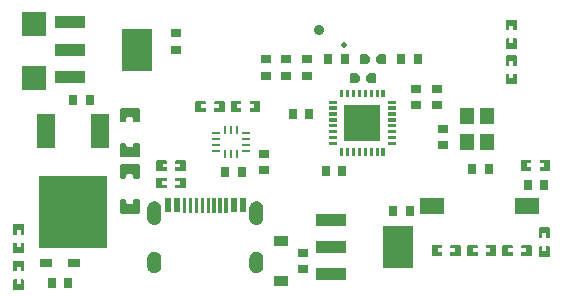
<source format=gtp>
G04 Layer: TopPasteMaskLayer*
G04 EasyEDA v6.5.15, 2022-10-09 22:19:18*
G04 792860b319f64621ac1ba377023e4090,0b3a2bb33c9248688526e96ab25d6e06,10*
G04 Gerber Generator version 0.2*
G04 Scale: 100 percent, Rotated: No, Reflected: No *
G04 Dimensions in millimeters *
G04 leading zeros omitted , absolute positions ,4 integer and 5 decimal *
%FSLAX45Y45*%
%MOMM*%

%AMMACRO1*21,1,$1,$2,0,0,$3*%
%ADD10R,1.2000X1.4000*%
%ADD11R,0.8000X0.9000*%
%ADD12R,1.0000X0.7500*%
%ADD13R,0.9000X0.8000*%
%ADD14R,1.1500X0.9500*%
%ADD15R,2.0000X1.3800*%
%ADD16C,0.8890*%
%ADD17C,0.5080*%
%ADD18R,1.6000X3.0000*%
%ADD19R,5.8000X6.2000*%
%ADD20MACRO1,0.98X2.47X-90.0000*%
%ADD21MACRO1,3.6X2.47X90.0000*%
%ADD22R,0.6750X0.2800*%
%ADD23R,0.2800X0.6750*%
%ADD24R,2.0000X2.0000*%
%ADD25R,0.0172X2.0000*%

%LPD*%
G36*
X909980Y135585D02*
G01*
X905002Y130606D01*
X905002Y50596D01*
X909980Y45618D01*
X989990Y45618D01*
X994968Y50596D01*
X994968Y130606D01*
X989990Y135585D01*
X967181Y135585D01*
X967181Y98602D01*
X934212Y98602D01*
X934212Y135585D01*
G37*
G36*
X909980Y294589D02*
G01*
X905002Y289610D01*
X905002Y210616D01*
X909980Y205587D01*
X934212Y205587D01*
X934212Y243586D01*
X967181Y243586D01*
X967181Y205587D01*
X989990Y205587D01*
X994968Y210616D01*
X994968Y289610D01*
X989990Y294589D01*
G37*
G36*
X909980Y604520D02*
G01*
X905002Y599490D01*
X905002Y519480D01*
X909980Y514502D01*
X932789Y514502D01*
X932789Y551484D01*
X965809Y551484D01*
X965809Y514502D01*
X989990Y514502D01*
X995019Y519480D01*
X995019Y599490D01*
X989990Y604520D01*
G37*
G36*
X909980Y444500D02*
G01*
X905002Y439521D01*
X905002Y360527D01*
X909980Y355498D01*
X989990Y355498D01*
X995019Y360527D01*
X995019Y439521D01*
X989990Y444500D01*
X965809Y444500D01*
X965809Y406501D01*
X932789Y406501D01*
X932789Y444500D01*
G37*
G36*
X1814931Y812495D02*
G01*
X1804924Y802487D01*
X1804924Y701751D01*
X1814931Y691743D01*
X1965045Y691743D01*
X1975053Y701751D01*
X1975053Y802487D01*
X1965045Y812495D01*
X1928926Y812495D01*
X1918919Y802487D01*
X1918919Y781456D01*
X1908911Y771448D01*
X1871065Y771448D01*
X1861057Y781456D01*
X1861057Y802487D01*
X1851101Y812495D01*
G37*
G36*
X1814931Y1108252D02*
G01*
X1804924Y1098245D01*
X1804924Y997508D01*
X1814931Y987501D01*
X1851101Y987501D01*
X1861057Y997508D01*
X1861057Y1018540D01*
X1871065Y1028547D01*
X1908911Y1028547D01*
X1918919Y1018540D01*
X1918919Y997508D01*
X1928926Y987501D01*
X1965045Y987501D01*
X1975053Y997508D01*
X1975053Y1098245D01*
X1965045Y1108252D01*
G37*
G36*
X1814931Y1292809D02*
G01*
X1804924Y1282801D01*
X1804924Y1182065D01*
X1814931Y1172057D01*
X1965045Y1172057D01*
X1975053Y1182065D01*
X1975053Y1282801D01*
X1965045Y1292809D01*
X1928926Y1292809D01*
X1918919Y1282801D01*
X1918919Y1261770D01*
X1908911Y1251762D01*
X1871065Y1251762D01*
X1861057Y1261770D01*
X1861057Y1282801D01*
X1851101Y1292809D01*
G37*
G36*
X1814931Y1588566D02*
G01*
X1804924Y1578559D01*
X1804924Y1477822D01*
X1814931Y1467815D01*
X1851101Y1467815D01*
X1861057Y1477822D01*
X1861057Y1498854D01*
X1871065Y1508861D01*
X1908911Y1508861D01*
X1918919Y1498854D01*
X1918919Y1477822D01*
X1928926Y1467815D01*
X1965045Y1467815D01*
X1975053Y1477822D01*
X1975053Y1578559D01*
X1965045Y1588566D01*
G37*
G36*
X5080000Y2034539D02*
G01*
X5074970Y2029510D01*
X5074970Y1949500D01*
X5080000Y1944522D01*
X5102809Y1944522D01*
X5102809Y1981504D01*
X5135778Y1981504D01*
X5135778Y1944522D01*
X5160010Y1944522D01*
X5164988Y1949500D01*
X5164988Y2029510D01*
X5160010Y2034539D01*
G37*
G36*
X5080000Y1874520D02*
G01*
X5074970Y1869541D01*
X5074970Y1790547D01*
X5080000Y1785518D01*
X5160010Y1785518D01*
X5164988Y1790547D01*
X5164988Y1869541D01*
X5160010Y1874520D01*
X5135778Y1874520D01*
X5135778Y1836521D01*
X5102809Y1836521D01*
X5102809Y1874520D01*
G37*
G36*
X5080000Y2175510D02*
G01*
X5074970Y2170480D01*
X5074970Y2090470D01*
X5080000Y2085492D01*
X5160010Y2085492D01*
X5164988Y2090470D01*
X5164988Y2170480D01*
X5160010Y2175510D01*
X5137200Y2175510D01*
X5137200Y2138476D01*
X5104180Y2138476D01*
X5104180Y2175510D01*
G37*
G36*
X5080000Y2334514D02*
G01*
X5074970Y2329484D01*
X5074970Y2250490D01*
X5080000Y2245512D01*
X5104180Y2245512D01*
X5104180Y2283510D01*
X5137200Y2283510D01*
X5137200Y2245512D01*
X5160010Y2245512D01*
X5164988Y2250490D01*
X5164988Y2329484D01*
X5160010Y2334514D01*
G37*
G36*
X4609490Y424891D02*
G01*
X4604512Y419912D01*
X4604512Y397103D01*
X4641494Y397103D01*
X4641494Y364134D01*
X4604512Y364134D01*
X4604512Y339902D01*
X4609490Y334924D01*
X4689500Y334924D01*
X4694478Y339902D01*
X4694478Y419912D01*
X4689500Y424891D01*
G37*
G36*
X4450486Y424891D02*
G01*
X4445508Y419912D01*
X4445508Y339902D01*
X4450486Y334924D01*
X4529480Y334924D01*
X4534509Y339902D01*
X4534509Y364134D01*
X4496511Y364134D01*
X4496511Y397103D01*
X4534509Y397103D01*
X4534509Y419912D01*
X4529480Y424891D01*
G37*
G36*
X4909464Y424891D02*
G01*
X4904486Y419912D01*
X4904486Y397103D01*
X4941468Y397103D01*
X4941468Y364134D01*
X4904486Y364134D01*
X4904486Y339902D01*
X4909464Y334924D01*
X4989474Y334924D01*
X4994452Y339902D01*
X4994452Y419912D01*
X4989474Y424891D01*
G37*
G36*
X4750460Y424891D02*
G01*
X4745482Y419912D01*
X4745482Y339902D01*
X4750460Y334924D01*
X4829454Y334924D01*
X4834483Y339902D01*
X4834483Y364134D01*
X4796485Y364134D01*
X4796485Y397103D01*
X4834483Y397103D01*
X4834483Y419912D01*
X4829454Y424891D01*
G37*
G36*
X5209438Y424891D02*
G01*
X5204460Y419912D01*
X5204460Y397103D01*
X5241442Y397103D01*
X5241442Y364134D01*
X5204460Y364134D01*
X5204460Y339902D01*
X5209438Y334924D01*
X5289448Y334924D01*
X5294426Y339902D01*
X5294426Y419912D01*
X5289448Y424891D01*
G37*
G36*
X5050434Y424891D02*
G01*
X5045456Y419912D01*
X5045456Y339902D01*
X5050434Y334924D01*
X5129428Y334924D01*
X5134457Y339902D01*
X5134457Y364134D01*
X5096459Y364134D01*
X5096459Y397103D01*
X5134457Y397103D01*
X5134457Y419912D01*
X5129428Y424891D01*
G37*
G36*
X5360060Y415493D02*
G01*
X5355082Y410514D01*
X5355082Y330504D01*
X5360060Y325526D01*
X5440070Y325526D01*
X5445048Y330504D01*
X5445048Y410514D01*
X5440070Y415493D01*
X5417261Y415493D01*
X5417261Y378510D01*
X5384241Y378510D01*
X5384241Y415493D01*
G37*
G36*
X5360060Y574497D02*
G01*
X5355082Y569518D01*
X5355082Y490524D01*
X5360060Y485495D01*
X5384241Y485495D01*
X5384241Y523493D01*
X5417261Y523493D01*
X5417261Y485495D01*
X5440070Y485495D01*
X5445048Y490524D01*
X5445048Y569518D01*
X5440070Y574497D01*
G37*
G36*
X2279548Y994867D02*
G01*
X2274570Y989888D01*
X2274570Y967079D01*
X2311552Y967079D01*
X2311552Y934110D01*
X2274570Y934110D01*
X2274570Y909878D01*
X2279548Y904900D01*
X2359558Y904900D01*
X2364536Y909878D01*
X2364536Y989888D01*
X2359558Y994867D01*
G37*
G36*
X2120544Y994867D02*
G01*
X2115566Y989888D01*
X2115566Y909878D01*
X2120544Y904900D01*
X2199538Y904900D01*
X2204567Y909878D01*
X2204567Y934110D01*
X2166569Y934110D01*
X2166569Y967079D01*
X2204567Y967079D01*
X2204567Y989888D01*
X2199538Y994867D01*
G37*
G36*
X5364480Y1144981D02*
G01*
X5359501Y1140002D01*
X5359501Y1117193D01*
X5396484Y1117193D01*
X5396484Y1084224D01*
X5359501Y1084224D01*
X5359501Y1059992D01*
X5364480Y1055014D01*
X5444490Y1055014D01*
X5449468Y1059992D01*
X5449468Y1140002D01*
X5444490Y1144981D01*
G37*
G36*
X5205476Y1144981D02*
G01*
X5200497Y1140002D01*
X5200497Y1059992D01*
X5205476Y1055014D01*
X5284470Y1055014D01*
X5289499Y1059992D01*
X5289499Y1084224D01*
X5251500Y1084224D01*
X5251500Y1117193D01*
X5289499Y1117193D01*
X5289499Y1140002D01*
X5284470Y1144981D01*
G37*
G36*
X2120544Y1144981D02*
G01*
X2115566Y1140002D01*
X2115566Y1059992D01*
X2120544Y1055014D01*
X2200554Y1055014D01*
X2205532Y1059992D01*
X2205532Y1082802D01*
X2168550Y1082802D01*
X2168550Y1115822D01*
X2205532Y1115822D01*
X2205532Y1140002D01*
X2200554Y1144981D01*
G37*
G36*
X2280564Y1144981D02*
G01*
X2275535Y1140002D01*
X2275535Y1115822D01*
X2313533Y1115822D01*
X2313533Y1082802D01*
X2275535Y1082802D01*
X2275535Y1059992D01*
X2280564Y1055014D01*
X2359558Y1055014D01*
X2364536Y1059992D01*
X2364536Y1140002D01*
X2359558Y1144981D01*
G37*
G36*
X2609494Y1644853D02*
G01*
X2604516Y1639874D01*
X2604516Y1617065D01*
X2641498Y1617065D01*
X2641498Y1584096D01*
X2604516Y1584096D01*
X2604516Y1559864D01*
X2609494Y1554886D01*
X2689504Y1554886D01*
X2694482Y1559864D01*
X2694482Y1639874D01*
X2689504Y1644853D01*
G37*
G36*
X2450490Y1644853D02*
G01*
X2445512Y1639874D01*
X2445512Y1559864D01*
X2450490Y1554886D01*
X2529484Y1554886D01*
X2534513Y1559864D01*
X2534513Y1584096D01*
X2496515Y1584096D01*
X2496515Y1617065D01*
X2534513Y1617065D01*
X2534513Y1639874D01*
X2529484Y1644853D01*
G37*
G36*
X2750464Y1644853D02*
G01*
X2745486Y1639874D01*
X2745486Y1559864D01*
X2750464Y1554886D01*
X2830474Y1554886D01*
X2835452Y1559864D01*
X2835452Y1582674D01*
X2798470Y1582674D01*
X2798470Y1615694D01*
X2835452Y1615694D01*
X2835452Y1639874D01*
X2830474Y1644853D01*
G37*
G36*
X2910484Y1644853D02*
G01*
X2905455Y1639874D01*
X2905455Y1615694D01*
X2943453Y1615694D01*
X2943453Y1582674D01*
X2905455Y1582674D01*
X2905455Y1559864D01*
X2910484Y1554886D01*
X2989478Y1554886D01*
X2994456Y1559864D01*
X2994456Y1639874D01*
X2989478Y1644853D01*
G37*
G36*
X3847084Y2043684D02*
G01*
X3840683Y2037283D01*
X3840683Y1963674D01*
X3847084Y1957273D01*
X3897426Y1957273D01*
X3924808Y1986635D01*
X3924808Y2014270D01*
X3897426Y2043684D01*
G37*
G36*
X4003801Y2044801D02*
G01*
X3976370Y2015439D01*
X3976370Y1987753D01*
X4003801Y1958390D01*
X4054144Y1958390D01*
X4060545Y1964791D01*
X4060545Y2038400D01*
X4054144Y2044801D01*
G37*
G36*
X3917035Y1882749D02*
G01*
X3889603Y1853336D01*
X3889603Y1825701D01*
X3917035Y1796338D01*
X3967327Y1796338D01*
X3973728Y1802739D01*
X3973728Y1876348D01*
X3967327Y1882749D01*
G37*
G36*
X3760266Y1881581D02*
G01*
X3753865Y1875180D01*
X3753865Y1801622D01*
X3760266Y1795221D01*
X3810609Y1795221D01*
X3838041Y1824583D01*
X3838041Y1852218D01*
X3810609Y1881581D01*
G37*
G36*
X3707993Y1611985D02*
G01*
X3707993Y1307998D01*
X4011980Y1307998D01*
X4011980Y1611985D01*
G37*
G36*
X4020972Y1740255D02*
G01*
X4020972Y1675231D01*
X4049014Y1675231D01*
X4049014Y1740255D01*
G37*
G36*
X3970985Y1740255D02*
G01*
X3970985Y1675231D01*
X3998976Y1675231D01*
X3998976Y1740255D01*
G37*
G36*
X3920998Y1740255D02*
G01*
X3920998Y1675231D01*
X3948988Y1675231D01*
X3948988Y1740255D01*
G37*
G36*
X3870960Y1740255D02*
G01*
X3870960Y1675231D01*
X3899001Y1675231D01*
X3899001Y1740255D01*
G37*
G36*
X3821023Y1740255D02*
G01*
X3821023Y1675231D01*
X3849014Y1675231D01*
X3849014Y1740255D01*
G37*
G36*
X3770985Y1740255D02*
G01*
X3770985Y1675231D01*
X3798976Y1675231D01*
X3798976Y1740255D01*
G37*
G36*
X3720998Y1740255D02*
G01*
X3720998Y1675231D01*
X3748989Y1675231D01*
X3748989Y1740255D01*
G37*
G36*
X3671011Y1740255D02*
G01*
X3671011Y1675231D01*
X3699001Y1675231D01*
X3699001Y1740255D01*
G37*
G36*
X3579723Y1649018D02*
G01*
X3579723Y1621028D01*
X3644747Y1621028D01*
X3644747Y1649018D01*
G37*
G36*
X3579723Y1598980D02*
G01*
X3579723Y1570990D01*
X3644747Y1570990D01*
X3644747Y1598980D01*
G37*
G36*
X3579723Y1548993D02*
G01*
X3579723Y1521002D01*
X3644747Y1521002D01*
X3644747Y1548993D01*
G37*
G36*
X3579723Y1499006D02*
G01*
X3579723Y1471015D01*
X3644747Y1471015D01*
X3644747Y1499006D01*
G37*
G36*
X3579723Y1449019D02*
G01*
X3579723Y1421028D01*
X3644747Y1421028D01*
X3644747Y1449019D01*
G37*
G36*
X3579723Y1398981D02*
G01*
X3579723Y1370990D01*
X3644747Y1370990D01*
X3644747Y1398981D01*
G37*
G36*
X3579723Y1348994D02*
G01*
X3579723Y1321003D01*
X3644747Y1321003D01*
X3644747Y1348994D01*
G37*
G36*
X3579723Y1299006D02*
G01*
X3579723Y1271016D01*
X3644747Y1271016D01*
X3644747Y1299006D01*
G37*
G36*
X3671011Y1244752D02*
G01*
X3671011Y1179728D01*
X3699001Y1179728D01*
X3699001Y1244752D01*
G37*
G36*
X3720998Y1244752D02*
G01*
X3720998Y1179728D01*
X3748989Y1179728D01*
X3748989Y1244752D01*
G37*
G36*
X3770985Y1244752D02*
G01*
X3770985Y1179728D01*
X3798976Y1179728D01*
X3798976Y1244752D01*
G37*
G36*
X3821023Y1244752D02*
G01*
X3821023Y1179728D01*
X3849014Y1179728D01*
X3849014Y1244752D01*
G37*
G36*
X3870960Y1244752D02*
G01*
X3870960Y1179728D01*
X3899001Y1179728D01*
X3899001Y1244752D01*
G37*
G36*
X3920998Y1244752D02*
G01*
X3920998Y1179728D01*
X3948988Y1179728D01*
X3948988Y1244752D01*
G37*
G36*
X3970985Y1244752D02*
G01*
X3970985Y1179728D01*
X3998976Y1179728D01*
X3998976Y1244752D01*
G37*
G36*
X4020972Y1244752D02*
G01*
X4020972Y1179728D01*
X4049014Y1179728D01*
X4049014Y1244752D01*
G37*
G36*
X4075226Y1299006D02*
G01*
X4075226Y1271016D01*
X4140250Y1271016D01*
X4140250Y1299006D01*
G37*
G36*
X4075226Y1348994D02*
G01*
X4075226Y1321003D01*
X4140250Y1321003D01*
X4140250Y1348994D01*
G37*
G36*
X4075226Y1398981D02*
G01*
X4075226Y1370990D01*
X4140250Y1370990D01*
X4140250Y1398981D01*
G37*
G36*
X4075226Y1449019D02*
G01*
X4075226Y1421028D01*
X4140250Y1421028D01*
X4140250Y1449019D01*
G37*
G36*
X4075226Y1499006D02*
G01*
X4075226Y1471015D01*
X4140250Y1471015D01*
X4140250Y1499006D01*
G37*
G36*
X4075226Y1548993D02*
G01*
X4075226Y1521002D01*
X4140250Y1521002D01*
X4140250Y1548993D01*
G37*
G36*
X4075226Y1598980D02*
G01*
X4075226Y1570990D01*
X4140250Y1570990D01*
X4140250Y1598980D01*
G37*
G36*
X4075226Y1649018D02*
G01*
X4075226Y1621028D01*
X4140250Y1621028D01*
X4140250Y1649018D01*
G37*
G36*
X2185009Y820978D02*
G01*
X2185009Y702005D01*
X2234996Y702005D01*
X2234996Y820978D01*
G37*
G36*
X2825038Y820978D02*
G01*
X2825038Y702005D01*
X2875026Y702005D01*
X2875026Y820978D01*
G37*
G36*
X2745028Y820978D02*
G01*
X2745028Y701954D01*
X2795016Y701954D01*
X2795016Y820978D01*
G37*
G36*
X2265019Y820978D02*
G01*
X2265019Y702005D01*
X2315006Y702005D01*
X2315006Y820978D01*
G37*
G36*
X2690012Y826008D02*
G01*
X2690012Y696976D01*
X2719984Y696976D01*
X2719984Y826008D01*
G37*
G36*
X2540000Y826008D02*
G01*
X2540000Y696976D01*
X2569972Y696976D01*
X2569972Y826008D01*
G37*
G36*
X2490012Y826008D02*
G01*
X2490012Y696976D01*
X2519984Y696976D01*
X2519984Y826008D01*
G37*
G36*
X2439974Y826008D02*
G01*
X2439974Y696976D01*
X2469997Y696976D01*
X2469997Y826008D01*
G37*
G36*
X2340000Y826008D02*
G01*
X2340000Y696976D01*
X2369972Y696976D01*
X2369972Y826008D01*
G37*
G36*
X2589987Y826008D02*
G01*
X2589987Y696976D01*
X2620010Y696976D01*
X2620010Y826008D01*
G37*
G36*
X2639974Y826008D02*
G01*
X2639974Y696976D01*
X2669946Y696976D01*
X2669946Y826008D01*
G37*
G36*
X2389987Y826008D02*
G01*
X2389987Y696976D01*
X2420010Y696976D01*
X2420010Y826008D01*
G37*
G36*
X2096516Y796493D02*
G01*
X2090521Y796036D01*
X2084628Y795020D01*
X2078888Y793394D01*
X2073300Y791210D01*
X2067966Y788466D01*
X2062988Y785215D01*
X2058314Y781507D01*
X2053996Y777290D01*
X2050186Y772718D01*
X2046782Y767791D01*
X2043938Y762558D01*
X2041601Y757021D01*
X2039823Y751332D01*
X2038654Y745439D01*
X2038045Y739495D01*
X2037994Y656488D01*
X2038299Y650544D01*
X2039162Y644601D01*
X2040636Y638810D01*
X2042718Y633222D01*
X2045309Y627786D01*
X2048408Y622706D01*
X2052015Y617931D01*
X2056079Y613562D01*
X2060600Y609600D01*
X2065426Y606094D01*
X2070607Y603097D01*
X2076094Y600659D01*
X2081733Y598728D01*
X2087575Y597408D01*
X2093518Y596696D01*
X2099513Y596544D01*
X2105456Y596950D01*
X2111349Y598017D01*
X2117090Y599643D01*
X2122678Y601827D01*
X2128012Y604520D01*
X2132990Y607771D01*
X2137714Y611530D01*
X2141982Y615696D01*
X2145842Y620268D01*
X2149195Y625195D01*
X2152040Y630478D01*
X2154377Y635965D01*
X2156155Y641705D01*
X2157323Y647547D01*
X2157933Y653491D01*
X2157984Y736498D01*
X2157679Y742492D01*
X2156815Y748385D01*
X2155342Y754176D01*
X2153259Y759815D01*
X2150668Y765200D01*
X2147570Y770280D01*
X2143963Y775055D01*
X2139899Y779475D01*
X2135378Y783437D01*
X2130552Y786892D01*
X2125370Y789889D01*
X2119934Y792378D01*
X2114245Y794258D01*
X2108403Y795578D01*
X2102459Y796340D01*
G37*
G36*
X2960522Y796493D02*
G01*
X2954528Y796036D01*
X2948635Y795020D01*
X2942894Y793394D01*
X2937306Y791210D01*
X2932023Y788466D01*
X2926994Y785215D01*
X2922320Y781507D01*
X2918002Y777290D01*
X2914192Y772718D01*
X2910789Y767791D01*
X2907944Y762558D01*
X2905607Y757021D01*
X2903829Y751332D01*
X2902661Y745439D01*
X2902051Y739495D01*
X2902000Y656488D01*
X2902305Y650544D01*
X2903169Y644601D01*
X2904642Y638810D01*
X2906725Y633222D01*
X2909316Y627786D01*
X2912414Y622706D01*
X2916021Y617931D01*
X2920085Y613562D01*
X2924606Y609600D01*
X2929432Y606094D01*
X2934614Y603097D01*
X2940100Y600659D01*
X2945739Y598728D01*
X2951581Y597408D01*
X2957525Y596696D01*
X2963468Y596544D01*
X2969463Y596950D01*
X2975356Y598017D01*
X2981096Y599643D01*
X2986684Y601827D01*
X2992018Y604520D01*
X2996996Y607771D01*
X3001721Y611530D01*
X3005988Y615696D01*
X3009849Y620268D01*
X3013202Y625195D01*
X3016046Y630478D01*
X3018383Y635965D01*
X3020161Y641705D01*
X3021330Y647547D01*
X3021939Y653491D01*
X3021990Y736498D01*
X3021685Y742492D01*
X3020822Y748385D01*
X3019348Y754176D01*
X3017266Y759815D01*
X3014675Y765200D01*
X3011576Y770280D01*
X3007969Y775055D01*
X3003905Y779475D01*
X2999384Y783437D01*
X2994558Y786892D01*
X2989376Y789889D01*
X2983941Y792378D01*
X2978251Y794258D01*
X2972409Y795578D01*
X2966466Y796340D01*
G37*
G36*
X2096516Y368503D02*
G01*
X2090521Y368046D01*
X2084628Y366979D01*
X2078888Y365353D01*
X2073300Y363169D01*
X2067966Y360476D01*
X2062988Y357225D01*
X2058314Y353466D01*
X2053996Y349300D01*
X2050186Y344728D01*
X2046782Y339801D01*
X2043938Y334518D01*
X2041601Y329031D01*
X2039823Y323291D01*
X2038654Y317449D01*
X2038045Y311505D01*
X2037994Y248513D01*
X2038299Y242519D01*
X2039162Y236626D01*
X2040636Y230835D01*
X2042718Y225196D01*
X2045309Y219811D01*
X2048408Y214680D01*
X2052015Y209905D01*
X2056079Y205536D01*
X2060600Y201574D01*
X2065426Y198120D01*
X2070607Y195122D01*
X2076094Y192633D01*
X2081733Y190754D01*
X2087575Y189433D01*
X2093518Y188671D01*
X2099513Y188518D01*
X2105456Y188976D01*
X2111349Y189992D01*
X2117090Y191617D01*
X2122678Y193802D01*
X2128012Y196545D01*
X2132990Y199796D01*
X2137714Y203504D01*
X2141982Y207670D01*
X2145842Y212293D01*
X2149195Y217220D01*
X2152040Y222453D01*
X2154377Y227990D01*
X2156155Y233679D01*
X2157323Y239572D01*
X2157933Y245516D01*
X2157984Y308508D01*
X2157679Y314452D01*
X2156815Y320395D01*
X2155342Y326186D01*
X2153259Y331825D01*
X2150668Y337210D01*
X2147570Y342290D01*
X2143963Y347065D01*
X2139899Y351434D01*
X2135378Y355396D01*
X2130552Y358902D01*
X2125370Y361899D01*
X2119934Y364337D01*
X2114245Y366268D01*
X2108403Y367588D01*
X2102459Y368350D01*
G37*
G36*
X2960522Y368503D02*
G01*
X2954528Y368046D01*
X2948635Y366979D01*
X2942894Y365353D01*
X2937306Y363169D01*
X2932023Y360476D01*
X2926994Y357225D01*
X2922320Y353466D01*
X2918002Y349300D01*
X2914192Y344728D01*
X2910789Y339801D01*
X2907944Y334518D01*
X2905607Y329031D01*
X2903829Y323291D01*
X2902661Y317449D01*
X2902051Y311505D01*
X2902000Y248513D01*
X2902305Y242519D01*
X2903169Y236626D01*
X2904642Y230835D01*
X2906725Y225196D01*
X2909316Y219811D01*
X2912414Y214680D01*
X2916021Y209905D01*
X2920085Y205536D01*
X2924606Y201574D01*
X2929432Y198120D01*
X2934614Y195122D01*
X2940100Y192633D01*
X2945739Y190754D01*
X2951581Y189433D01*
X2957525Y188671D01*
X2963468Y188518D01*
X2969463Y188976D01*
X2975356Y189992D01*
X2981096Y191617D01*
X2986684Y193802D01*
X2992018Y196545D01*
X2996996Y199796D01*
X3001721Y203504D01*
X3005988Y207670D01*
X3009849Y212293D01*
X3013202Y217220D01*
X3016046Y222453D01*
X3018383Y227990D01*
X3020161Y233679D01*
X3021330Y239572D01*
X3021939Y245516D01*
X3021990Y308508D01*
X3021685Y314452D01*
X3020822Y320395D01*
X3019348Y326186D01*
X3017266Y331825D01*
X3014675Y337210D01*
X3011576Y342290D01*
X3007969Y347065D01*
X3003905Y351434D01*
X2999384Y355396D01*
X2994558Y358902D01*
X2989376Y361899D01*
X2983941Y364337D01*
X2978251Y366268D01*
X2972409Y367588D01*
X2966466Y368350D01*
G37*
D10*
G01*
X4744989Y1520004D03*
G01*
X4914991Y1299989D03*
G01*
X4744989Y1299989D03*
G01*
X4914991Y1520004D03*
D11*
G01*
X1229994Y99999D03*
G01*
X1369999Y99999D03*
D12*
G01*
X1417294Y269925D03*
G01*
X1182776Y269925D03*
D11*
G01*
X3710101Y1999919D03*
G01*
X3570096Y1999919D03*
G01*
X4190111Y1999919D03*
G01*
X4330115Y1999919D03*
D13*
G01*
X4309897Y1750136D03*
G01*
X4309897Y1610131D03*
G01*
X4489983Y1749882D03*
G01*
X4489983Y1609877D03*
G01*
X3044469Y1860067D03*
G01*
X3044469Y2000072D03*
G01*
X3214395Y2000072D03*
G01*
X3214395Y1860067D03*
G01*
X3394481Y2000072D03*
G01*
X3394481Y1860067D03*
D11*
G01*
X3550030Y1049959D03*
G01*
X3690035Y1049959D03*
G01*
X5399963Y930071D03*
G01*
X5259959Y930071D03*
G01*
X3409873Y1535099D03*
G01*
X3269868Y1535099D03*
G01*
X1549999Y1649996D03*
G01*
X1409994Y1649996D03*
D13*
G01*
X3029991Y1059967D03*
G01*
X3029991Y1199972D03*
G01*
X2279929Y2220036D03*
G01*
X2279929Y2080031D03*
G01*
X3359937Y359994D03*
G01*
X3359937Y219989D03*
D11*
G01*
X2699893Y1040053D03*
G01*
X2839897Y1040053D03*
G01*
X4260011Y710107D03*
G01*
X4120006Y710107D03*
D14*
G01*
X3169945Y459232D03*
G01*
X3169945Y120751D03*
D15*
G01*
X5250002Y759993D03*
G01*
X4450003Y759993D03*
D16*
G01*
X3492042Y2243505D03*
D17*
G01*
X3707942Y2116505D03*
D18*
G01*
X1638993Y1392397D03*
G01*
X1180980Y1392397D03*
D19*
G01*
X1409987Y707588D03*
D20*
G01*
X3596492Y639999D03*
G01*
X3596492Y409999D03*
G01*
X3596492Y179998D03*
D21*
G01*
X4163491Y409999D03*
D11*
G01*
X4789982Y1070000D03*
G01*
X4929987Y1070000D03*
D13*
G01*
X4539995Y1270000D03*
G01*
X4539995Y1410004D03*
D20*
G01*
X1386497Y2309996D03*
G01*
X1386497Y2079995D03*
G01*
X1386497Y1849995D03*
D21*
G01*
X1953496Y2079995D03*
D22*
G01*
X2623794Y1375003D03*
G01*
X2623794Y1324991D03*
G01*
X2623794Y1275003D03*
G01*
X2623794Y1224991D03*
D23*
G01*
X2700020Y1198753D03*
G01*
X2750007Y1198753D03*
G01*
X2800019Y1198753D03*
D22*
G01*
X2876194Y1224991D03*
G01*
X2876194Y1275003D03*
G01*
X2876194Y1324991D03*
G01*
X2876194Y1375003D03*
D23*
G01*
X2800019Y1401241D03*
G01*
X2750007Y1401241D03*
G01*
X2700020Y1401241D03*
D24*
G01*
X1080007Y2299995D03*
G01*
X1080007Y1840001D03*
M02*

</source>
